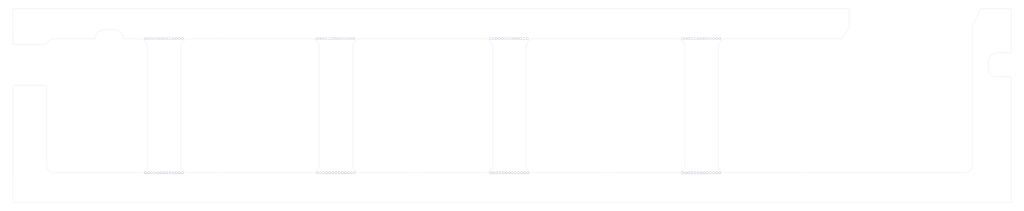
<source format=kicad_pcb>
(kicad_pcb (version 20171130) (host pcbnew "(5.1.10)-1")

  (general
    (thickness 1.6)
    (drawings 80)
    (tracks 104)
    (zones 0)
    (modules 14)
    (nets 1)
  )

  (page A4)
  (layers
    (0 F.Cu signal)
    (31 B.Cu signal)
    (32 B.Adhes user)
    (33 F.Adhes user)
    (34 B.Paste user)
    (35 F.Paste user)
    (36 B.SilkS user)
    (37 F.SilkS user)
    (38 B.Mask user)
    (39 F.Mask user)
    (40 Dwgs.User user hide)
    (41 Cmts.User user)
    (42 Eco1.User user)
    (43 Eco2.User user)
    (44 Edge.Cuts user)
    (45 Margin user)
    (46 B.CrtYd user)
    (47 F.CrtYd user)
    (48 B.Fab user)
    (49 F.Fab user)
  )

  (setup
    (last_trace_width 0.25)
    (trace_clearance 0.2)
    (zone_clearance 0.508)
    (zone_45_only no)
    (trace_min 0.2)
    (via_size 0.8)
    (via_drill 0.4)
    (via_min_size 0.4)
    (via_min_drill 0.3)
    (uvia_size 0.3)
    (uvia_drill 0.1)
    (uvias_allowed no)
    (uvia_min_size 0.2)
    (uvia_min_drill 0.1)
    (edge_width 0.05)
    (segment_width 0.2)
    (pcb_text_width 0.3)
    (pcb_text_size 1.5 1.5)
    (mod_edge_width 0.12)
    (mod_text_size 1 1)
    (mod_text_width 0.15)
    (pad_size 1.524 1.524)
    (pad_drill 0.762)
    (pad_to_mask_clearance 0)
    (aux_axis_origin 0 0)
    (visible_elements 7FFFFFFF)
    (pcbplotparams
      (layerselection 0x010fc_ffffffff)
      (usegerberextensions false)
      (usegerberattributes true)
      (usegerberadvancedattributes true)
      (creategerberjobfile true)
      (excludeedgelayer true)
      (linewidth 0.100000)
      (plotframeref false)
      (viasonmask false)
      (mode 1)
      (useauxorigin false)
      (hpglpennumber 1)
      (hpglpenspeed 20)
      (hpglpendiameter 15.000000)
      (psnegative false)
      (psa4output false)
      (plotreference true)
      (plotvalue true)
      (plotinvisibletext false)
      (padsonsilk false)
      (subtractmaskfromsilk false)
      (outputformat 1)
      (mirror false)
      (drillshape 0)
      (scaleselection 1)
      (outputdirectory "gerbers/spacer/"))
  )

  (net 0 "")

  (net_class Default "This is the default net class."
    (clearance 0.2)
    (trace_width 0.25)
    (via_dia 0.8)
    (via_drill 0.4)
    (uvia_dia 0.3)
    (uvia_drill 0.1)
  )

  (module MountingHole:MountingHole_6mm (layer F.Cu) (tedit 56D1B4CB) (tstamp 612A5B33)
    (at 22.3 85.3)
    (descr "Mounting Hole 6mm, no annular")
    (tags "mounting hole 6mm no annular")
    (attr virtual)
    (fp_text reference REF** (at 0 -5) (layer F.SilkS) hide
      (effects (font (size 1 1) (thickness 0.15)))
    )
    (fp_text value MountingHole_6mm (at 0 5) (layer F.Fab)
      (effects (font (size 1 1) (thickness 0.15)))
    )
    (fp_circle (center 0 0) (end 6.25 0) (layer F.CrtYd) (width 0.05))
    (fp_circle (center 0 0) (end 6 0) (layer Cmts.User) (width 0.15))
    (fp_text user %R (at 0.3 0) (layer F.Fab)
      (effects (font (size 1 1) (thickness 0.15)))
    )
    (pad 1 np_thru_hole circle (at 0 0) (size 6 6) (drill 6) (layers *.Cu *.Mask))
  )

  (module MountingHole:MountingHole_6mm (layer F.Cu) (tedit 56D1B4CB) (tstamp 612A5B2C)
    (at 22.3 127.3)
    (descr "Mounting Hole 6mm, no annular")
    (tags "mounting hole 6mm no annular")
    (attr virtual)
    (fp_text reference REF** (at 0 -5) (layer F.SilkS) hide
      (effects (font (size 1 1) (thickness 0.15)))
    )
    (fp_text value MountingHole_6mm (at 0 5) (layer F.Fab)
      (effects (font (size 1 1) (thickness 0.15)))
    )
    (fp_circle (center 0 0) (end 6.25 0) (layer F.CrtYd) (width 0.05))
    (fp_circle (center 0 0) (end 6 0) (layer Cmts.User) (width 0.15))
    (fp_text user %R (at 0.3 0) (layer F.Fab)
      (effects (font (size 1 1) (thickness 0.15)))
    )
    (pad 1 np_thru_hole circle (at 0 0) (size 6 6) (drill 6) (layers *.Cu *.Mask))
  )

  (module MountingHole:MountingHole_6mm (layer F.Cu) (tedit 56D1B4CB) (tstamp 612A5B25)
    (at 172.3 85.3)
    (descr "Mounting Hole 6mm, no annular")
    (tags "mounting hole 6mm no annular")
    (attr virtual)
    (fp_text reference REF** (at 0 -5) (layer F.SilkS) hide
      (effects (font (size 1 1) (thickness 0.15)))
    )
    (fp_text value MountingHole_6mm (at 0 5) (layer F.Fab)
      (effects (font (size 1 1) (thickness 0.15)))
    )
    (fp_circle (center 0 0) (end 6.25 0) (layer F.CrtYd) (width 0.05))
    (fp_circle (center 0 0) (end 6 0) (layer Cmts.User) (width 0.15))
    (fp_text user %R (at 0.3 0) (layer F.Fab)
      (effects (font (size 1 1) (thickness 0.15)))
    )
    (pad 1 np_thru_hole circle (at 0 0) (size 6 6) (drill 6) (layers *.Cu *.Mask))
  )

  (module MountingHole:MountingHole_6mm (layer F.Cu) (tedit 56D1B4CB) (tstamp 612A5B1E)
    (at 72.3 85.3)
    (descr "Mounting Hole 6mm, no annular")
    (tags "mounting hole 6mm no annular")
    (attr virtual)
    (fp_text reference REF** (at 0 -5) (layer F.SilkS) hide
      (effects (font (size 1 1) (thickness 0.15)))
    )
    (fp_text value MountingHole_6mm (at 0 5) (layer F.Fab)
      (effects (font (size 1 1) (thickness 0.15)))
    )
    (fp_circle (center 0 0) (end 6.25 0) (layer F.CrtYd) (width 0.05))
    (fp_circle (center 0 0) (end 6 0) (layer Cmts.User) (width 0.15))
    (fp_text user %R (at 0.3 0) (layer F.Fab)
      (effects (font (size 1 1) (thickness 0.15)))
    )
    (pad 1 np_thru_hole circle (at 0 0) (size 6 6) (drill 6) (layers *.Cu *.Mask))
  )

  (module MountingHole:MountingHole_6mm (layer F.Cu) (tedit 56D1B4CB) (tstamp 612A5B17)
    (at 72.3 127.3)
    (descr "Mounting Hole 6mm, no annular")
    (tags "mounting hole 6mm no annular")
    (attr virtual)
    (fp_text reference REF** (at 0 -5) (layer F.SilkS) hide
      (effects (font (size 1 1) (thickness 0.15)))
    )
    (fp_text value MountingHole_6mm (at 0 5) (layer F.Fab)
      (effects (font (size 1 1) (thickness 0.15)))
    )
    (fp_circle (center 0 0) (end 6.25 0) (layer F.CrtYd) (width 0.05))
    (fp_circle (center 0 0) (end 6 0) (layer Cmts.User) (width 0.15))
    (fp_text user %R (at 0.3 0) (layer F.Fab)
      (effects (font (size 1 1) (thickness 0.15)))
    )
    (pad 1 np_thru_hole circle (at 0 0) (size 6 6) (drill 6) (layers *.Cu *.Mask))
  )

  (module MountingHole:MountingHole_6mm (layer F.Cu) (tedit 56D1B4CB) (tstamp 612A5B09)
    (at 272.3 127.3)
    (descr "Mounting Hole 6mm, no annular")
    (tags "mounting hole 6mm no annular")
    (attr virtual)
    (fp_text reference REF** (at 0 -5) (layer F.SilkS) hide
      (effects (font (size 1 1) (thickness 0.15)))
    )
    (fp_text value MountingHole_6mm (at 0 5) (layer F.Fab)
      (effects (font (size 1 1) (thickness 0.15)))
    )
    (fp_circle (center 0 0) (end 6.25 0) (layer F.CrtYd) (width 0.05))
    (fp_circle (center 0 0) (end 6 0) (layer Cmts.User) (width 0.15))
    (fp_text user %R (at 0.3 0) (layer F.Fab)
      (effects (font (size 1 1) (thickness 0.15)))
    )
    (pad 1 np_thru_hole circle (at 0 0) (size 6 6) (drill 6) (layers *.Cu *.Mask))
  )

  (module MountingHole:MountingHole_6mm (layer F.Cu) (tedit 56D1B4CB) (tstamp 612A5B02)
    (at 222.3 85.3)
    (descr "Mounting Hole 6mm, no annular")
    (tags "mounting hole 6mm no annular")
    (attr virtual)
    (fp_text reference REF** (at 0 -5) (layer F.SilkS) hide
      (effects (font (size 1 1) (thickness 0.15)))
    )
    (fp_text value MountingHole_6mm (at 0 5) (layer F.Fab)
      (effects (font (size 1 1) (thickness 0.15)))
    )
    (fp_circle (center 0 0) (end 6.25 0) (layer F.CrtYd) (width 0.05))
    (fp_circle (center 0 0) (end 6 0) (layer Cmts.User) (width 0.15))
    (fp_text user %R (at 0.3 0) (layer F.Fab)
      (effects (font (size 1 1) (thickness 0.15)))
    )
    (pad 1 np_thru_hole circle (at 0 0) (size 6 6) (drill 6) (layers *.Cu *.Mask))
  )

  (module MountingHole:MountingHole_6mm (layer F.Cu) (tedit 56D1B4CB) (tstamp 612A5AFB)
    (at 272.3 85.3)
    (descr "Mounting Hole 6mm, no annular")
    (tags "mounting hole 6mm no annular")
    (attr virtual)
    (fp_text reference REF** (at 0 -5) (layer F.SilkS) hide
      (effects (font (size 1 1) (thickness 0.15)))
    )
    (fp_text value MountingHole_6mm (at 0 5) (layer F.Fab)
      (effects (font (size 1 1) (thickness 0.15)))
    )
    (fp_circle (center 0 0) (end 6.25 0) (layer F.CrtYd) (width 0.05))
    (fp_circle (center 0 0) (end 6 0) (layer Cmts.User) (width 0.15))
    (fp_text user %R (at 0.3 0) (layer F.Fab)
      (effects (font (size 1 1) (thickness 0.15)))
    )
    (pad 1 np_thru_hole circle (at 0 0) (size 6 6) (drill 6) (layers *.Cu *.Mask))
  )

  (module MountingHole:MountingHole_6mm (layer F.Cu) (tedit 56D1B4CB) (tstamp 612A5AF4)
    (at 22.3 106.3)
    (descr "Mounting Hole 6mm, no annular")
    (tags "mounting hole 6mm no annular")
    (attr virtual)
    (fp_text reference REF** (at 0 -5) (layer F.SilkS) hide
      (effects (font (size 1 1) (thickness 0.15)))
    )
    (fp_text value MountingHole_6mm (at 0 5) (layer F.Fab)
      (effects (font (size 1 1) (thickness 0.15)))
    )
    (fp_circle (center 0 0) (end 6.25 0) (layer F.CrtYd) (width 0.05))
    (fp_circle (center 0 0) (end 6 0) (layer Cmts.User) (width 0.15))
    (fp_text user %R (at 0.3 0) (layer F.Fab)
      (effects (font (size 1 1) (thickness 0.15)))
    )
    (pad 1 np_thru_hole circle (at 0 0) (size 6 6) (drill 6) (layers *.Cu *.Mask))
  )

  (module MountingHole:MountingHole_6mm (layer F.Cu) (tedit 56D1B4CB) (tstamp 612A5AED)
    (at 122.3 127.3)
    (descr "Mounting Hole 6mm, no annular")
    (tags "mounting hole 6mm no annular")
    (attr virtual)
    (fp_text reference REF** (at 0 -5) (layer F.SilkS) hide
      (effects (font (size 1 1) (thickness 0.15)))
    )
    (fp_text value MountingHole_6mm (at 0 5) (layer F.Fab)
      (effects (font (size 1 1) (thickness 0.15)))
    )
    (fp_circle (center 0 0) (end 6.25 0) (layer F.CrtYd) (width 0.05))
    (fp_circle (center 0 0) (end 6 0) (layer Cmts.User) (width 0.15))
    (fp_text user %R (at 0.3 0) (layer F.Fab)
      (effects (font (size 1 1) (thickness 0.15)))
    )
    (pad 1 np_thru_hole circle (at 0 0) (size 6 6) (drill 6) (layers *.Cu *.Mask))
  )

  (module MountingHole:MountingHole_6mm (layer F.Cu) (tedit 56D1B4CB) (tstamp 612A5AE6)
    (at 222.3 127.3)
    (descr "Mounting Hole 6mm, no annular")
    (tags "mounting hole 6mm no annular")
    (attr virtual)
    (fp_text reference REF** (at 0 -5) (layer F.SilkS) hide
      (effects (font (size 1 1) (thickness 0.15)))
    )
    (fp_text value MountingHole_6mm (at 0 5) (layer F.Fab)
      (effects (font (size 1 1) (thickness 0.15)))
    )
    (fp_circle (center 0 0) (end 6.25 0) (layer F.CrtYd) (width 0.05))
    (fp_circle (center 0 0) (end 6 0) (layer Cmts.User) (width 0.15))
    (fp_text user %R (at 0.3 0) (layer F.Fab)
      (effects (font (size 1 1) (thickness 0.15)))
    )
    (pad 1 np_thru_hole circle (at 0 0) (size 6 6) (drill 6) (layers *.Cu *.Mask))
  )

  (module MountingHole:MountingHole_6mm (layer F.Cu) (tedit 56D1B4CB) (tstamp 612A5ADF)
    (at 272.3 106.3)
    (descr "Mounting Hole 6mm, no annular")
    (tags "mounting hole 6mm no annular")
    (attr virtual)
    (fp_text reference REF** (at 0 -5) (layer F.SilkS) hide
      (effects (font (size 1 1) (thickness 0.15)))
    )
    (fp_text value MountingHole_6mm (at 0 5) (layer F.Fab)
      (effects (font (size 1 1) (thickness 0.15)))
    )
    (fp_circle (center 0 0) (end 6.25 0) (layer F.CrtYd) (width 0.05))
    (fp_circle (center 0 0) (end 6 0) (layer Cmts.User) (width 0.15))
    (fp_text user %R (at 0.3 0) (layer F.Fab)
      (effects (font (size 1 1) (thickness 0.15)))
    )
    (pad 1 np_thru_hole circle (at 0 0) (size 6 6) (drill 6) (layers *.Cu *.Mask))
  )

  (module MountingHole:MountingHole_6mm (layer F.Cu) (tedit 56D1B4CB) (tstamp 612A5AD8)
    (at 172.3 127.3)
    (descr "Mounting Hole 6mm, no annular")
    (tags "mounting hole 6mm no annular")
    (attr virtual)
    (fp_text reference REF** (at 0 -5) (layer F.SilkS) hide
      (effects (font (size 1 1) (thickness 0.15)))
    )
    (fp_text value MountingHole_6mm (at 0 5) (layer F.Fab)
      (effects (font (size 1 1) (thickness 0.15)))
    )
    (fp_circle (center 0 0) (end 6.25 0) (layer F.CrtYd) (width 0.05))
    (fp_circle (center 0 0) (end 6 0) (layer Cmts.User) (width 0.15))
    (fp_text user %R (at 0.3 0) (layer F.Fab)
      (effects (font (size 1 1) (thickness 0.15)))
    )
    (pad 1 np_thru_hole circle (at 0 0) (size 6 6) (drill 6) (layers *.Cu *.Mask))
  )

  (module MountingHole:MountingHole_6mm (layer F.Cu) (tedit 56D1B4CB) (tstamp 612A5B10)
    (at 122.3 85.3)
    (descr "Mounting Hole 6mm, no annular")
    (tags "mounting hole 6mm no annular")
    (attr virtual)
    (fp_text reference REF** (at 0 -5) (layer F.SilkS) hide
      (effects (font (size 1 1) (thickness 0.15)))
    )
    (fp_text value MountingHole_6mm (at 0 5) (layer F.Fab)
      (effects (font (size 1 1) (thickness 0.15)))
    )
    (fp_circle (center 0 0) (end 6.25 0) (layer F.CrtYd) (width 0.05))
    (fp_circle (center 0 0) (end 6 0) (layer Cmts.User) (width 0.15))
    (fp_text user %R (at 0.3 0) (layer F.Fab)
      (effects (font (size 1 1) (thickness 0.15)))
    )
    (pad 1 np_thru_hole circle (at 0 0) (size 6 6) (drill 6) (layers *.Cu *.Mask))
  )

  (gr_line (start 190 89) (end 202.7 89) (layer Eco1.User) (width 0.05) (tstamp 6134DB12))
  (gr_line (start 140.2 89) (end 152.9 89) (layer Eco1.User) (width 0.05) (tstamp 6134DB12))
  (gr_line (start 95.4 89) (end 108.1 89) (layer Eco1.User) (width 0.05) (tstamp 6134DB12))
  (gr_line (start 51.1 89) (end 63.8 89) (layer Eco1.User) (width 0.05) (tstamp 6134DB12))
  (gr_line (start 51.1 123.7) (end 63.8 123.7) (layer Eco1.User) (width 0.05) (tstamp 6134DB12))
  (gr_line (start 95.6 123.7) (end 108.3 123.7) (layer Eco1.User) (width 0.05) (tstamp 6134DB12))
  (gr_line (start 140.4 123.7) (end 153.1 123.7) (layer Eco1.User) (width 0.05) (tstamp 6134DB12))
  (gr_arc (start 29.114034 91.406014) (end 29.1 89) (angle -67.52615075) (layer Edge.Cuts) (width 0.05) (tstamp 61338186))
  (gr_line (start 26.885382 90.499255) (end 18.3 90.5) (layer Edge.Cuts) (width 0.05) (tstamp 6133817E))
  (gr_line (start 190 123.7) (end 202.7 123.7) (layer Eco1.User) (width 0.05) (tstamp 61338128))
  (gr_line (start 276.3 92.7) (end 276.3 81.3) (layer Edge.Cuts) (width 0.05) (tstamp 6133001F))
  (gr_arc (start 272.4 96.9) (end 270.4 96.9) (angle -90) (layer Edge.Cuts) (width 0.05) (tstamp 6133000F))
  (gr_arc (start 272.7 95) (end 272.7 92.7) (angle -90) (layer Edge.Cuts) (width 0.05) (tstamp 6133000D))
  (gr_line (start 272.4 98.9) (end 276.3 98.9) (layer Edge.Cuts) (width 0.05))
  (gr_line (start 270.4 95) (end 270.4 96.9) (layer Edge.Cuts) (width 0.05))
  (gr_line (start 276.3 92.7) (end 272.7 92.7) (layer Edge.Cuts) (width 0.05))
  (gr_line (start 268.4 81.3) (end 266.3 86) (layer Edge.Cuts) (width 0.05) (tstamp 61330005))
  (dimension 258 (width 0.15) (layer Dwgs.User) (tstamp 6132FE71)
    (gr_text "258.000 mm" (at 144.5 283.9) (layer Dwgs.User) (tstamp 6132FE71)
      (effects (font (size 1 1) (thickness 0.15)))
    )
    (feature1 (pts (xy 273.5 292.2) (xy 273.5 284.613579)))
    (feature2 (pts (xy 15.5 292.2) (xy 15.5 284.613579)))
    (crossbar (pts (xy 15.5 285.2) (xy 273.5 285.2)))
    (arrow1a (pts (xy 273.5 285.2) (xy 272.373496 285.786421)))
    (arrow1b (pts (xy 273.5 285.2) (xy 272.373496 284.613579)))
    (arrow2a (pts (xy 15.5 285.2) (xy 16.626504 285.786421)))
    (arrow2b (pts (xy 15.5 285.2) (xy 16.626504 284.613579)))
  )
  (gr_line (start 95.2 89) (end 64 89) (layer Edge.Cuts) (width 0.05) (tstamp 6132FCCA))
  (gr_line (start 140 89) (end 108.4 89) (layer Edge.Cuts) (width 0.05) (tstamp 6132FCC9))
  (gr_line (start 189.7 89) (end 153.2 89) (layer Edge.Cuts) (width 0.05) (tstamp 6132FCC8))
  (gr_line (start 202.9 89) (end 232.4 89) (layer Edge.Cuts) (width 0.05) (tstamp 6132FCC7))
  (gr_line (start 202.6 123.7) (end 264.3 123.7) (layer Edge.Cuts) (width 0.05) (tstamp 6132FCC6))
  (gr_line (start 152.9 123.7) (end 190 123.7) (layer Edge.Cuts) (width 0.05) (tstamp 6132FCC5))
  (gr_line (start 108.1 123.7) (end 140.3 123.7) (layer Edge.Cuts) (width 0.05) (tstamp 6132FCC4))
  (gr_line (start 63.7 123.7) (end 95.5 123.7) (layer Edge.Cuts) (width 0.05) (tstamp 6132FCC3))
  (gr_line (start 29 123.7) (end 51.1 123.7) (layer Edge.Cuts) (width 0.05) (tstamp 6132FCC2))
  (gr_line (start 46.8 89) (end 50.8 89) (layer Edge.Cuts) (width 0.05) (tstamp 6132FCC1))
  (gr_arc (start 202.6 121.7) (end 200.6 121.7) (angle -90) (layer Edge.Cuts) (width 0.05) (tstamp 6132FC8D))
  (gr_arc (start 152.9 121.7) (end 150.9 121.7) (angle -90) (layer Edge.Cuts) (width 0.05) (tstamp 6132FC8D))
  (gr_arc (start 108.1 121.7) (end 106.1 121.7) (angle -90) (layer Edge.Cuts) (width 0.05) (tstamp 6132FC8D))
  (gr_arc (start 63.7 121.7) (end 61.7 121.7) (angle -90) (layer Edge.Cuts) (width 0.05) (tstamp 6132FC8D))
  (gr_arc (start 202.9 91.3) (end 202.9 89) (angle -90) (layer Edge.Cuts) (width 0.05) (tstamp 6132FC87))
  (gr_arc (start 153.2 91.3) (end 153.2 89) (angle -90) (layer Edge.Cuts) (width 0.05) (tstamp 6132FC87))
  (gr_arc (start 108.4 91.3) (end 108.4 89) (angle -90) (layer Edge.Cuts) (width 0.05) (tstamp 6132FC87))
  (gr_arc (start 64 91.3) (end 64 89) (angle -90) (layer Edge.Cuts) (width 0.05) (tstamp 6132FC87))
  (gr_arc (start 189.7 91.3) (end 192 91.3) (angle -90) (layer Edge.Cuts) (width 0.05) (tstamp 6132FC80))
  (gr_arc (start 140 91.3) (end 142.3 91.3) (angle -90) (layer Edge.Cuts) (width 0.05) (tstamp 6132FC80))
  (gr_arc (start 95.2 91.3) (end 97.5 91.3) (angle -90) (layer Edge.Cuts) (width 0.05) (tstamp 6132FC80))
  (gr_arc (start 50.8 91.3) (end 53.1 91.3) (angle -90) (layer Edge.Cuts) (width 0.05) (tstamp 6132FC80))
  (gr_arc (start 51.1 121.7) (end 51.1 123.7) (angle -90) (layer Edge.Cuts) (width 0.05) (tstamp 6132FC7A))
  (gr_arc (start 95.5 121.7) (end 95.5 123.7) (angle -90) (layer Edge.Cuts) (width 0.05) (tstamp 6132FC7A))
  (gr_arc (start 140.3 121.7) (end 140.3 123.7) (angle -90) (layer Edge.Cuts) (width 0.05) (tstamp 6132FC7A))
  (gr_arc (start 190 121.7) (end 190 123.7) (angle -90) (layer Edge.Cuts) (width 0.05) (tstamp 6132FC7A))
  (gr_line (start 61.7 121.7) (end 61.7 91.3) (layer Edge.Cuts) (width 0.05) (tstamp 6132FC70))
  (gr_line (start 53.1 91.3) (end 53.1 121.7) (layer Edge.Cuts) (width 0.05) (tstamp 6132FC6F))
  (gr_line (start 200.6 121.7) (end 200.6 91.3) (layer Edge.Cuts) (width 0.05) (tstamp 6132FC70))
  (gr_line (start 192 91.3) (end 192 121.7) (layer Edge.Cuts) (width 0.05) (tstamp 6132FC6F))
  (gr_line (start 106.1 121.7) (end 106.1 91.3) (layer Edge.Cuts) (width 0.05) (tstamp 6132FC70))
  (gr_line (start 97.5 91.3) (end 97.5 121.7) (layer Edge.Cuts) (width 0.05) (tstamp 6132FC6F))
  (gr_line (start 18.3 131.3) (end 276.3 131.3) (layer Edge.Cuts) (width 0.05) (tstamp 612A5B54))
  (gr_line (start 276.3 131.3) (end 276.3 98.9) (layer Edge.Cuts) (width 0.05) (tstamp 612A5B53))
  (gr_line (start 18.3 89) (end 39.6 89) (layer Dwgs.User) (width 0.15) (tstamp 612A5B52))
  (gr_line (start 39.6 89) (end 39.6 86.7) (layer Dwgs.User) (width 0.15) (tstamp 612A5B51))
  (gr_line (start 46.8 86.7) (end 46.8 89) (layer Dwgs.User) (width 0.15) (tstamp 612A5B50))
  (gr_line (start 46.8 89) (end 232.4 89) (layer Dwgs.User) (width 0.15) (tstamp 612A5B4F))
  (gr_line (start 232.4 89) (end 234.5 86.1) (layer Edge.Cuts) (width 0.05) (tstamp 612A5B4E))
  (gr_line (start 268.4 81.3) (end 276.3 81.3) (layer Edge.Cuts) (width 0.05) (tstamp 612A5B4D))
  (gr_arc (start 41.9 89) (end 41.9 86.7) (angle -90) (layer Edge.Cuts) (width 0.05) (tstamp 612A5B4C))
  (gr_arc (start 29 121.7) (end 27 121.7) (angle -90) (layer Edge.Cuts) (width 0.05) (tstamp 612A5B4B))
  (gr_line (start 29.1 89) (end 39.6 89) (layer Edge.Cuts) (width 0.05) (tstamp 612A5B4A))
  (gr_line (start 266.3 81.3) (end 266.3 123.7) (layer Dwgs.User) (width 0.15) (tstamp 612A5B49))
  (gr_line (start 266.3 86) (end 266.3 121.7) (layer Edge.Cuts) (width 0.05) (tstamp 612A5B48))
  (gr_line (start 27 123.7) (end 27 101.1) (layer Dwgs.User) (width 0.15) (tstamp 612A5B47))
  (gr_line (start 41.9 86.7) (end 44.5 86.7) (layer Edge.Cuts) (width 0.05) (tstamp 612A5B46))
  (gr_arc (start 44.5 89) (end 46.8 89) (angle -90) (layer Edge.Cuts) (width 0.05) (tstamp 612A5B45))
  (gr_line (start 27 101.1) (end 18.3 101.1) (layer Edge.Cuts) (width 0.05) (tstamp 612A5B44))
  (gr_line (start 234.5 86.1) (end 234.5 81.3) (layer Edge.Cuts) (width 0.05) (tstamp 612A5B43))
  (gr_line (start 232.4 89) (end 234.5 86.1) (layer Dwgs.User) (width 0.15) (tstamp 612A5B42))
  (gr_line (start 234.5 81.3) (end 18.3 81.3) (layer Edge.Cuts) (width 0.05) (tstamp 612A5B41))
  (gr_line (start 234.5 86.1) (end 234.5 81.3) (layer Dwgs.User) (width 0.15) (tstamp 612A5B40))
  (gr_line (start 27 101.1) (end 18.3 101.1) (layer Dwgs.User) (width 0.15) (tstamp 612A5B3F))
  (gr_line (start 266.3 123.7) (end 27 123.7) (layer Dwgs.User) (width 0.15) (tstamp 612A5B3E))
  (gr_line (start 18.3 81.3) (end 18.3 90.5) (layer Edge.Cuts) (width 0.05) (tstamp 612A5B3D))
  (gr_line (start 27 121.7) (end 27 101.1) (layer Edge.Cuts) (width 0.05) (tstamp 612A5B3C))
  (gr_line (start 18.3 101.1) (end 18.3 131.3) (layer Edge.Cuts) (width 0.05) (tstamp 612A5B3B))
  (gr_line (start 39.6 86.7) (end 46.8 86.7) (layer Dwgs.User) (width 0.15) (tstamp 612A5B3A))
  (gr_arc (start 264.3 121.7) (end 264.3 123.7) (angle -90) (layer Edge.Cuts) (width 0.05) (tstamp 612A5AD4))
  (gr_line (start 142.3 91.3) (end 142.3 121.7) (layer Edge.Cuts) (width 0.05) (tstamp 612A5AD2))
  (gr_line (start 150.9 121.7) (end 150.9 91.3) (layer Edge.Cuts) (width 0.05) (tstamp 612A5AD1))

  (via (at 193.8 123.7) (size 0.55) (drill 0.5) (layers F.Cu B.Cu) (net 0) (tstamp 61338129))
  (via (at 191.4 123.7) (size 0.55) (drill 0.5) (layers F.Cu B.Cu) (net 0) (tstamp 6133812A))
  (via (at 194.6 123.7) (size 0.55) (drill 0.5) (layers F.Cu B.Cu) (net 0) (tstamp 6133812B))
  (via (at 192.2 123.7) (size 0.55) (drill 0.5) (layers F.Cu B.Cu) (net 0) (tstamp 6133812C))
  (via (at 195.4 123.7) (size 0.55) (drill 0.5) (layers F.Cu B.Cu) (net 0) (tstamp 6133812E))
  (via (at 193 123.7) (size 0.55) (drill 0.5) (layers F.Cu B.Cu) (net 0) (tstamp 6133812F))
  (via (at 200.2 123.7) (size 0.55) (drill 0.5) (layers F.Cu B.Cu) (net 0) (tstamp 6134DAAE))
  (via (at 201 123.7) (size 0.55) (drill 0.5) (layers F.Cu B.Cu) (net 0) (tstamp 6134DAAF))
  (via (at 197.8 123.7) (size 0.55) (drill 0.5) (layers F.Cu B.Cu) (net 0) (tstamp 6134DAB0))
  (via (at 198.6 123.7) (size 0.55) (drill 0.5) (layers F.Cu B.Cu) (net 0) (tstamp 6134DAB1))
  (via (at 196.2 123.7) (size 0.55) (drill 0.5) (layers F.Cu B.Cu) (net 0) (tstamp 6134DAB2))
  (via (at 199.4 123.7) (size 0.55) (drill 0.5) (layers F.Cu B.Cu) (net 0) (tstamp 6134DAB3))
  (via (at 197 123.7) (size 0.55) (drill 0.5) (layers F.Cu B.Cu) (net 0) (tstamp 6134DAB4))
  (via (at 145.8 123.7) (size 0.55) (drill 0.5) (layers F.Cu B.Cu) (net 0) (tstamp 6134DB0C))
  (via (at 143.4 123.7) (size 0.55) (drill 0.5) (layers F.Cu B.Cu) (net 0) (tstamp 6134DB0D))
  (via (at 144.2 123.7) (size 0.55) (drill 0.5) (layers F.Cu B.Cu) (net 0) (tstamp 6134DB0E))
  (via (at 141.8 123.7) (size 0.55) (drill 0.5) (layers F.Cu B.Cu) (net 0) (tstamp 6134DB0F))
  (via (at 145 123.7) (size 0.55) (drill 0.5) (layers F.Cu B.Cu) (net 0) (tstamp 6134DB10))
  (via (at 142.6 123.7) (size 0.55) (drill 0.5) (layers F.Cu B.Cu) (net 0) (tstamp 6134DB11))
  (via (at 147.4 123.7) (size 0.55) (drill 0.5) (layers F.Cu B.Cu) (net 0) (tstamp 6134DB13))
  (via (at 151.4 123.7) (size 0.55) (drill 0.5) (layers F.Cu B.Cu) (net 0) (tstamp 6134DB14))
  (via (at 149.8 123.7) (size 0.55) (drill 0.5) (layers F.Cu B.Cu) (net 0) (tstamp 6134DB15))
  (via (at 149 123.7) (size 0.55) (drill 0.5) (layers F.Cu B.Cu) (net 0) (tstamp 6134DB16))
  (via (at 150.6 123.7) (size 0.55) (drill 0.5) (layers F.Cu B.Cu) (net 0) (tstamp 6134DB17))
  (via (at 146.6 123.7) (size 0.55) (drill 0.5) (layers F.Cu B.Cu) (net 0) (tstamp 6134DB18))
  (via (at 148.2 123.7) (size 0.55) (drill 0.5) (layers F.Cu B.Cu) (net 0) (tstamp 6134DB19))
  (via (at 101 123.7) (size 0.55) (drill 0.5) (layers F.Cu B.Cu) (net 0) (tstamp 6134DB0C))
  (via (at 98.6 123.7) (size 0.55) (drill 0.5) (layers F.Cu B.Cu) (net 0) (tstamp 6134DB0D))
  (via (at 99.4 123.7) (size 0.55) (drill 0.5) (layers F.Cu B.Cu) (net 0) (tstamp 6134DB0E))
  (via (at 97 123.7) (size 0.55) (drill 0.5) (layers F.Cu B.Cu) (net 0) (tstamp 6134DB0F))
  (via (at 100.2 123.7) (size 0.55) (drill 0.5) (layers F.Cu B.Cu) (net 0) (tstamp 6134DB10))
  (via (at 97.8 123.7) (size 0.55) (drill 0.5) (layers F.Cu B.Cu) (net 0) (tstamp 6134DB11))
  (via (at 102.6 123.7) (size 0.55) (drill 0.5) (layers F.Cu B.Cu) (net 0) (tstamp 6134DB13))
  (via (at 106.6 123.7) (size 0.55) (drill 0.5) (layers F.Cu B.Cu) (net 0) (tstamp 6134DB14))
  (via (at 105 123.7) (size 0.55) (drill 0.5) (layers F.Cu B.Cu) (net 0) (tstamp 6134DB15))
  (via (at 104.2 123.7) (size 0.55) (drill 0.5) (layers F.Cu B.Cu) (net 0) (tstamp 6134DB16))
  (via (at 105.8 123.7) (size 0.55) (drill 0.5) (layers F.Cu B.Cu) (net 0) (tstamp 6134DB17))
  (via (at 101.8 123.7) (size 0.55) (drill 0.5) (layers F.Cu B.Cu) (net 0) (tstamp 6134DB18))
  (via (at 103.4 123.7) (size 0.55) (drill 0.5) (layers F.Cu B.Cu) (net 0) (tstamp 6134DB19))
  (via (at 56.5 123.7) (size 0.55) (drill 0.5) (layers F.Cu B.Cu) (net 0) (tstamp 6134DB0C))
  (via (at 54.1 123.7) (size 0.55) (drill 0.5) (layers F.Cu B.Cu) (net 0) (tstamp 6134DB0D))
  (via (at 54.9 123.7) (size 0.55) (drill 0.5) (layers F.Cu B.Cu) (net 0) (tstamp 6134DB0E))
  (via (at 52.5 123.7) (size 0.55) (drill 0.5) (layers F.Cu B.Cu) (net 0) (tstamp 6134DB0F))
  (via (at 55.7 123.7) (size 0.55) (drill 0.5) (layers F.Cu B.Cu) (net 0) (tstamp 6134DB10))
  (via (at 53.3 123.7) (size 0.55) (drill 0.5) (layers F.Cu B.Cu) (net 0) (tstamp 6134DB11))
  (via (at 58.1 123.7) (size 0.55) (drill 0.5) (layers F.Cu B.Cu) (net 0) (tstamp 6134DB13))
  (via (at 62.1 123.7) (size 0.55) (drill 0.5) (layers F.Cu B.Cu) (net 0) (tstamp 6134DB14))
  (via (at 60.5 123.7) (size 0.55) (drill 0.5) (layers F.Cu B.Cu) (net 0) (tstamp 6134DB15))
  (via (at 59.7 123.7) (size 0.55) (drill 0.5) (layers F.Cu B.Cu) (net 0) (tstamp 6134DB16))
  (via (at 61.3 123.7) (size 0.55) (drill 0.5) (layers F.Cu B.Cu) (net 0) (tstamp 6134DB17))
  (via (at 57.3 123.7) (size 0.55) (drill 0.5) (layers F.Cu B.Cu) (net 0) (tstamp 6134DB18))
  (via (at 58.9 123.7) (size 0.55) (drill 0.5) (layers F.Cu B.Cu) (net 0) (tstamp 6134DB19))
  (via (at 56.5 89) (size 0.55) (drill 0.5) (layers F.Cu B.Cu) (net 0) (tstamp 6134DB0C))
  (via (at 54.1 89) (size 0.55) (drill 0.5) (layers F.Cu B.Cu) (net 0) (tstamp 6134DB0D))
  (via (at 54.9 89) (size 0.55) (drill 0.5) (layers F.Cu B.Cu) (net 0) (tstamp 6134DB0E))
  (via (at 52.5 89) (size 0.55) (drill 0.5) (layers F.Cu B.Cu) (net 0) (tstamp 6134DB0F))
  (via (at 55.7 89) (size 0.55) (drill 0.5) (layers F.Cu B.Cu) (net 0) (tstamp 6134DB10))
  (via (at 53.3 89) (size 0.55) (drill 0.5) (layers F.Cu B.Cu) (net 0) (tstamp 6134DB11))
  (via (at 58.1 89) (size 0.55) (drill 0.5) (layers F.Cu B.Cu) (net 0) (tstamp 6134DB13))
  (via (at 62.1 89) (size 0.55) (drill 0.5) (layers F.Cu B.Cu) (net 0) (tstamp 6134DB14))
  (via (at 60.5 89) (size 0.55) (drill 0.5) (layers F.Cu B.Cu) (net 0) (tstamp 6134DB15))
  (via (at 59.7 89) (size 0.55) (drill 0.5) (layers F.Cu B.Cu) (net 0) (tstamp 6134DB16))
  (via (at 61.3 89) (size 0.55) (drill 0.5) (layers F.Cu B.Cu) (net 0) (tstamp 6134DB17))
  (via (at 57.3 89) (size 0.55) (drill 0.5) (layers F.Cu B.Cu) (net 0) (tstamp 6134DB18))
  (via (at 58.9 89) (size 0.55) (drill 0.5) (layers F.Cu B.Cu) (net 0) (tstamp 6134DB19))
  (via (at 100.8 89) (size 0.55) (drill 0.5) (layers F.Cu B.Cu) (net 0) (tstamp 6134DB0C))
  (via (at 98.4 89) (size 0.55) (drill 0.5) (layers F.Cu B.Cu) (net 0) (tstamp 6134DB0D))
  (via (at 99.2 89) (size 0.55) (drill 0.5) (layers F.Cu B.Cu) (net 0) (tstamp 6134DB0E))
  (via (at 96.8 89) (size 0.55) (drill 0.5) (layers F.Cu B.Cu) (net 0) (tstamp 6134DB0F))
  (via (at 100 89) (size 0.55) (drill 0.5) (layers F.Cu B.Cu) (net 0) (tstamp 6134DB10))
  (via (at 97.6 89) (size 0.55) (drill 0.5) (layers F.Cu B.Cu) (net 0) (tstamp 6134DB11))
  (via (at 102.4 89) (size 0.55) (drill 0.5) (layers F.Cu B.Cu) (net 0) (tstamp 6134DB13))
  (via (at 106.4 89) (size 0.55) (drill 0.5) (layers F.Cu B.Cu) (net 0) (tstamp 6134DB14))
  (via (at 104.8 89) (size 0.55) (drill 0.5) (layers F.Cu B.Cu) (net 0) (tstamp 6134DB15))
  (via (at 104 89) (size 0.55) (drill 0.5) (layers F.Cu B.Cu) (net 0) (tstamp 6134DB16))
  (via (at 105.6 89) (size 0.55) (drill 0.5) (layers F.Cu B.Cu) (net 0) (tstamp 6134DB17))
  (via (at 101.6 89) (size 0.55) (drill 0.5) (layers F.Cu B.Cu) (net 0) (tstamp 6134DB18))
  (via (at 103.2 89) (size 0.55) (drill 0.5) (layers F.Cu B.Cu) (net 0) (tstamp 6134DB19))
  (via (at 145.6 89) (size 0.55) (drill 0.5) (layers F.Cu B.Cu) (net 0) (tstamp 6134DB0C))
  (via (at 143.2 89) (size 0.55) (drill 0.5) (layers F.Cu B.Cu) (net 0) (tstamp 6134DB0D))
  (via (at 144 89) (size 0.55) (drill 0.5) (layers F.Cu B.Cu) (net 0) (tstamp 6134DB0E))
  (via (at 141.6 89) (size 0.55) (drill 0.5) (layers F.Cu B.Cu) (net 0) (tstamp 6134DB0F))
  (via (at 144.8 89) (size 0.55) (drill 0.5) (layers F.Cu B.Cu) (net 0) (tstamp 6134DB10))
  (via (at 142.4 89) (size 0.55) (drill 0.5) (layers F.Cu B.Cu) (net 0) (tstamp 6134DB11))
  (via (at 147.2 89) (size 0.55) (drill 0.5) (layers F.Cu B.Cu) (net 0) (tstamp 6134DB13))
  (via (at 151.2 89) (size 0.55) (drill 0.5) (layers F.Cu B.Cu) (net 0) (tstamp 6134DB14))
  (via (at 149.6 89) (size 0.55) (drill 0.5) (layers F.Cu B.Cu) (net 0) (tstamp 6134DB15))
  (via (at 148.8 89) (size 0.55) (drill 0.5) (layers F.Cu B.Cu) (net 0) (tstamp 6134DB16))
  (via (at 150.4 89) (size 0.55) (drill 0.5) (layers F.Cu B.Cu) (net 0) (tstamp 6134DB17))
  (via (at 146.4 89) (size 0.55) (drill 0.5) (layers F.Cu B.Cu) (net 0) (tstamp 6134DB18))
  (via (at 148 89) (size 0.55) (drill 0.5) (layers F.Cu B.Cu) (net 0) (tstamp 6134DB19))
  (via (at 195.4 89) (size 0.55) (drill 0.5) (layers F.Cu B.Cu) (net 0) (tstamp 6134DB0C))
  (via (at 193 89) (size 0.55) (drill 0.5) (layers F.Cu B.Cu) (net 0) (tstamp 6134DB0D))
  (via (at 193.8 89) (size 0.55) (drill 0.5) (layers F.Cu B.Cu) (net 0) (tstamp 6134DB0E))
  (via (at 191.4 89) (size 0.55) (drill 0.5) (layers F.Cu B.Cu) (net 0) (tstamp 6134DB0F))
  (via (at 194.6 89) (size 0.55) (drill 0.5) (layers F.Cu B.Cu) (net 0) (tstamp 6134DB10))
  (via (at 192.2 89) (size 0.55) (drill 0.5) (layers F.Cu B.Cu) (net 0) (tstamp 6134DB11))
  (via (at 197 89) (size 0.55) (drill 0.5) (layers F.Cu B.Cu) (net 0) (tstamp 6134DB13))
  (via (at 201 89) (size 0.55) (drill 0.5) (layers F.Cu B.Cu) (net 0) (tstamp 6134DB14))
  (via (at 199.4 89) (size 0.55) (drill 0.5) (layers F.Cu B.Cu) (net 0) (tstamp 6134DB15))
  (via (at 198.6 89) (size 0.55) (drill 0.5) (layers F.Cu B.Cu) (net 0) (tstamp 6134DB16))
  (via (at 200.2 89) (size 0.55) (drill 0.5) (layers F.Cu B.Cu) (net 0) (tstamp 6134DB17))
  (via (at 196.2 89) (size 0.55) (drill 0.5) (layers F.Cu B.Cu) (net 0) (tstamp 6134DB18))
  (via (at 197.8 89) (size 0.55) (drill 0.5) (layers F.Cu B.Cu) (net 0) (tstamp 6134DB19))

)

</source>
